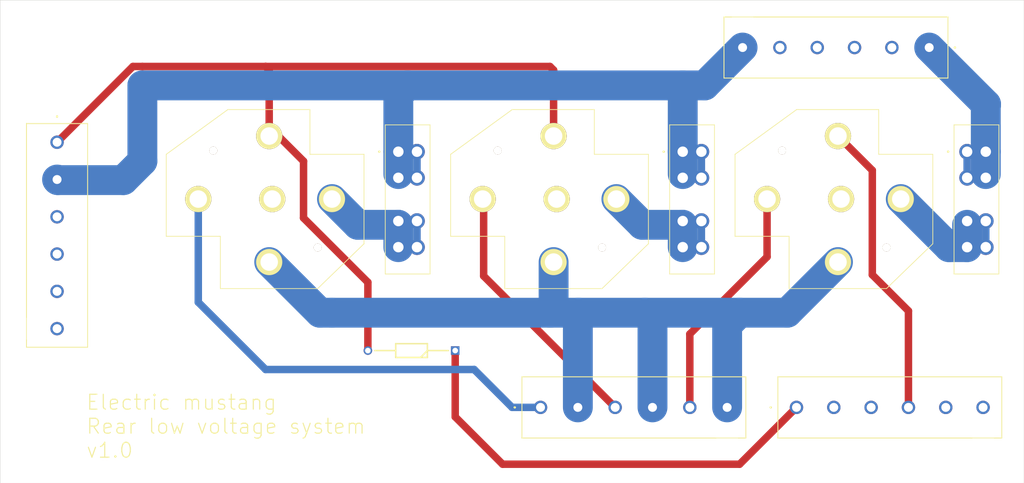
<source format=kicad_pcb>
(kicad_pcb (version 20211014) (generator pcbnew)
  (layers (0 "F.Cu" power) (31 "B.Cu" power) (35 "F.Paste" user) (37 "F.SilkS" user "F.Silkscreen") (38 "B.Mask" user) (39 "F.Mask" user) (44 "Edge.Cuts" user))
  (net 0 "")
  (net 1 "CHARGER_SWITCH_A")
  (net 2 "IGNITION_12V")
  (net 3 "CHARGER_SWITCH_B")
  (net 4 "Net-(FRONT_2-Pad5)")
  (net 5 "Net-(FRONT_2-Pad6)")
  (net 6 "Net-(LIM_FUSE1-Pad3)")
  (net 7 "GND")
  (net 8 "TESLA_12V")
  (net 9 "Net-(LIM_RELAY1-Pad2)")
  (net 10 "Net-(REVERSE_LIGHT_FUSE1-Pad3)")
  (net 11 "REVERSE_LIGHT")
  (net 12 "Net-(REVERSE_LIGHT_RELAY1-Pad2)")
  (net 13 "Net-(TESLA_FUSE1-Pad3)")
  (net 14 "Net-(TESLA_RELAY1-Pad2)")
  (net 15 "BMS_12V")
  (net 16 "CHARGER_ON_SIGNAL")
  (net 17 "LIM_12V")
  (net 18 "Net-(REAR_2-Pad4)")
  (net 19 "Net-(REAR_2-Pad5)")
  (net 20 "Net-(REAR_2-Pad6)")
  (net 21 "BRAKE_LIGHT")
  (net 22 "BMS_GND")
  (net 23 "REVERSE_SIGNAL")
  (net 24 "Net-(FRONT_1-Pad4)")
  (net 25 "Net-(REAR_2-Pad3)")
  (net 26 "Net-(FRONT_1-Pad2)")
  (net 27 "Net-(FRONT_1-Pad3)")
  (footprint "Socket:2828366" (layer "F.Cu") (at 173.99 71.12 180)
    (fp_text reference "FRONT_1" hide)
    (fp_text value "282836-6" hide)
    (fp_line (start -2.5 -4.1) (end -2.5 -4.1) (layer "F.SilkS") (width 0.1))
    (fp_line (start 27.5 4.1) (end 27.5 4.1) (layer "F.SilkS") (width 0.1))
    (fp_line (start 27.5 4.1) (end 27.5 4.1) (layer "F.SilkS") (width 0.1))
    (fp_line (start -2.5 4.1) (end -2.5 -4.1) (layer "F.SilkS") (width 0.1))
    (fp_line (start 27.5 -4.1) (end 27.5 -4.1) (layer "F.SilkS") (width 0.1))
    (fp_line (start -2.5 4.1) (end -2.5 4.1) (layer "F.SilkS") (width 0.1))
    (fp_line (start -2.5 -4.1) (end 27.5 -4.1) (layer "F.SilkS") (width 0.1))
    (fp_line (start -3.4 0) (end -3.4 0) (layer "F.SilkS") (width 0.2))
    (fp_line (start 26.5 4.1) (end 27.5 4.1) (layer "F.SilkS") (width 0.1))
    (fp_line (start 27.5 -4.1) (end 27.5 -4.1) (layer "F.SilkS") (width 0.1))
    (fp_line (start 26.5 4.1) (end 26.5 4.1) (layer "F.SilkS") (width 0.1))
    (fp_line (start -2.5 -4.1) (end -2.5 -4.1) (layer "F.SilkS") (width 0.1))
    (fp_line (start -2.5 4.1) (end 23.5 4.1) (layer "F.SilkS") (width 0.1))
    (fp_line (start 27.5 4.1) (end 27.5 -4.1) (layer "F.SilkS") (width 0.1))
    (fp_line (start 23.5 4.1) (end 23.5 4.1) (layer "F.SilkS") (width 0.1))
    (fp_line (start 27.5 4.1) (end 26.5 4.1) (layer "F.SilkS") (width 0.1))
    (fp_line (start 27.5 4.1) (end -2.54 4.1) (layer "F.SilkS") (width 0.1))
    (fp_line (start 27.5 -4.1) (end 27.5 4.1) (layer "F.SilkS") (width 0.1))
    (fp_line (start 23.5 4.1) (end -2.5 4.1) (layer "F.SilkS") (width 0.1))
    (fp_line (start -2.5 -4.1) (end -2.5 4.1) (layer "F.SilkS") (width 0.1))
    (fp_line (start -3.5 0) (end -3.5 0) (layer "F.SilkS") (width 0.2))
    (fp_line (start 27.5 -4.1) (end -2.5 -4.1) (layer "F.SilkS") (width 0.1))
    (fp_line (start -3.5 0) (end -3.5 0) (layer "F.SilkS") (width 0.2))
    (fp_line (start -2.5 4.1) (end -2.5 4.1) (layer "F.SilkS") (width 0.1))
    (fp_arc (start -3.5 0) (mid -3.45 -0.05) (end -3.4 0) (layer "F.SilkS") (width 0.2))
    (fp_arc (start -3.4 0) (mid -3.45 0.05) (end -3.5 0) (layer "F.SilkS") (width 0.2))
    (fp_arc (start -3.4 0) (mid -3.45 0.05) (end -3.5 0) (layer "F.SilkS") (width 0.2))
    (pad "1" thru_hole circle locked (at 0 0 180) (size 1.8 1.8) (drill 1.2) (layers *.Cu *.Mask) (net 2 "IGNITION_12V"))
    (pad "2" thru_hole circle locked (at 5 0 180) (size 1.8 1.8) (drill 1.2) (layers *.Cu *.Mask) (net 26 "Net-(FRONT_1-Pad2)"))
    (pad "3" thru_hole circle locked (at 10 0 180) (size 1.8 1.8) (drill 1.2) (layers *.Cu *.Mask) (net 27 "Net-(FRONT_1-Pad3)"))
    (pad "4" thru_hole circle locked (at 15 0 180) (size 1.8 1.8) (drill 1.2) (layers *.Cu *.Mask) (net 24 "Net-(FRONT_1-Pad4)"))
    (pad "5" thru_hole circle locked (at 20 0 180) (size 1.8 1.8) (drill 1.2) (layers *.Cu *.Mask) (net 21 "BRAKE_LIGHT"))
    (pad "6" thru_hole circle locked (at 25 0 180) (size 1.8 1.8) (drill 1.2) (layers *.Cu *.Mask) (net 1 "CHARGER_SWITCH_A"))
  )
  (footprint "Socket:17861650001" (layer "F.Cu") (at 140.97 85.09 -90)
    (fp_text reference "LIM_FUSE1" hide)
    (fp_text value "178.6165.0001" hide)
    (fp_line (start -3.6 -4.25) (end 16.4 -4.25) (layer "F.SilkS") (width 0.1))
    (fp_line (start 0 2.5) (end 0 2.5) (layer "F.SilkS") (width 0.2))
    (fp_line (start 0 2.6) (end 0 2.6) (layer "F.SilkS") (width 0.2))
    (fp_line (start 0 2.5) (end 0 2.5) (layer "F.SilkS") (width 0.2))
    (fp_line (start 16.4 -4.25) (end 16.4 1.75) (layer "F.SilkS") (width 0.1))
    (fp_line (start 16.4 1.75) (end -3.6 1.75) (layer "F.SilkS") (width 0.1))
    (fp_line (start -3.6 1.75) (end -3.6 -4.25) (layer "F.SilkS") (width 0.1))
    (fp_arc (start 0 2.5) (mid 0.05 2.55) (end 0 2.6) (layer "F.SilkS") (width 0.2))
    (fp_arc (start 0 2.6) (mid -0.05 2.55) (end 0 2.5) (layer "F.SilkS") (width 0.2))
    (fp_arc (start 0 2.6) (mid -0.05 2.55) (end 0 2.5) (layer "F.SilkS") (width 0.2))
    (pad "" np_thru_hole circle locked (at 6.4 -1.25 270) (size 2.4 0) (drill 2.4) (layers *.Cu *.Mask))
    (pad "1" thru_hole circle locked (at 0 0 270) (size 2.1 2.1) (drill 1.4) (layers *.Cu *.Mask) (net 1 "CHARGER_SWITCH_A"))
    (pad "2" thru_hole circle locked (at 3.5 0 270) (size 2.1 2.1) (drill 1.4) (layers *.Cu *.Mask) (net 1 "CHARGER_SWITCH_A"))
    (pad "3" thru_hole circle locked (at 9.3 0 270) (size 2.1 2.1) (drill 1.4) (layers *.Cu *.Mask) (net 6 "Net-(LIM_FUSE1-Pad3)"))
    (pad "4" thru_hole circle locked (at 12.8 0 270) (size 2.1 2.1) (drill 1.4) (layers *.Cu *.Mask) (net 6 "Net-(LIM_FUSE1-Pad3)"))
    (pad "5" thru_hole circle locked (at 12.8 -2.5 270) (size 2.1 2.1) (drill 1.4) (layers *.Cu *.Mask) (net 6 "Net-(LIM_FUSE1-Pad3)"))
    (pad "6" thru_hole circle locked (at 9.3 -2.5 270) (size 2.1 2.1) (drill 1.4) (layers *.Cu *.Mask) (net 6 "Net-(LIM_FUSE1-Pad3)"))
    (pad "7" thru_hole circle locked (at 3.5 -2.5 270) (size 2.1 2.1) (drill 1.4) (layers *.Cu *.Mask) (net 1 "CHARGER_SWITCH_A"))
    (pad "8" thru_hole circle locked (at 0 -2.5 270) (size 2.1 2.1) (drill 1.4) (layers *.Cu *.Mask) (net 1 "CHARGER_SWITCH_A"))
  )
  (footprint "Socket:DZ85AB5PCB" (layer "F.Cu") (at 132.08 91.44 180)
    (fp_text reference "LIM_RELAY1" hide)
    (fp_text value "DZ85AB-5-PCB" hide)
    (fp_line (start 13.955 12) (end 2.955 12) (layer "F.SilkS") (width 0.1))
    (fp_line (start -4.29 6) (end -4.29 -6) (layer "F.SilkS") (width 0.1))
    (fp_line (start 2.955 12) (end 2.955 6) (layer "F.SilkS") (width 0.1))
    (fp_line (start 22.2 -5) (end 22.2 6) (layer "F.SilkS") (width 0.1))
    (fp_line (start 1.91 -12) (end 14.955 -12) (layer "F.SilkS") (width 0.1))
    (fp_line (start 2.955 6) (end -4.29 6) (layer "F.SilkS") (width 0.1))
    (fp_line (start 14.955 -5) (end 22.2 -5) (layer "F.SilkS") (width 0.1))
    (fp_line (start 22.2 6) (end 13.955 12) (layer "F.SilkS") (width 0.1))
    (fp_line (start -4.29 -6) (end 1.91 -12) (layer "F.SilkS") (width 0.1))
    (fp_line (start 14.955 -12) (end 14.955 -5) (layer "F.SilkS") (width 0.1))
    (pad "1" thru_hole circle locked (at 0 0 270) (size 3.51 3.51) (drill 2.34) (layers *.Cu *.Mask "F.SilkS") (net 6 "Net-(LIM_FUSE1-Pad3)"))
    (pad "2" thru_hole circle locked (at 8 0 270) (size 3.51 3.51) (drill 2.34) (layers *.Cu *.Mask "F.SilkS") (net 9 "Net-(LIM_RELAY1-Pad2)"))
    (pad "3" thru_hole circle locked (at 17.91 0 270) (size 3.51 3.51) (drill 2.34) (layers *.Cu *.Mask "F.SilkS") (net 17 "LIM_12V"))
    (pad "4" thru_hole circle locked (at 8.41 -8.45 270) (size 3.51 3.51) (drill 2.34) (layers *.Cu *.Mask "F.SilkS") (net 7 "GND"))
    (pad "5" thru_hole circle locked (at 8.41 8.45 270) (size 3.51 3.51) (drill 2.34) (layers *.Cu *.Mask "F.SilkS") (net 3 "CHARGER_SWITCH_B"))
    (pad "MH1" thru_hole circle locked (at 15.9 6.5 270) (size 1.055 1.055) (drill 2.11) (layers *.Cu *.Mask "F.SilkS"))
    (pad "MH2" thru_hole circle locked (at 1.91 -6.5 270) (size 1.055 1.055) (drill 2.11) (layers *.Cu *.Mask "F.SilkS"))
  )
  (footprint "Socket:17861650001" (layer "F.Cu") (at 179.07 85.09 -90)
    (fp_text reference "REVERSE_LIGHT_FUSE1" hide)
    (fp_text value "178.6165.0001" hide)
    (fp_line (start -3.6 1.75) (end -3.6 -4.25) (layer "F.SilkS") (width 0.1))
    (fp_line (start 16.4 -4.25) (end 16.4 1.75) (layer "F.SilkS") (width 0.1))
    (fp_line (start 0 2.5) (end 0 2.5) (layer "F.SilkS") (width 0.2))
    (fp_line (start -3.6 -4.25) (end 16.4 -4.25) (layer "F.SilkS") (width 0.1))
    (fp_line (start 0 2.6) (end 0 2.6) (layer "F.SilkS") (width 0.2))
    (fp_line (start 0 2.5) (end 0 2.5) (layer "F.SilkS") (width 0.2))
    (fp_line (start 16.4 1.75) (end -3.6 1.75) (layer "F.SilkS") (width 0.1))
    (fp_arc (start 0 2.6) (mid -0.05 2.55) (end 0 2.5) (layer "F.SilkS") (width 0.2))
    (fp_arc (start 0 2.6) (mid -0.05 2.55) (end 0 2.5) (layer "F.SilkS") (width 0.2))
    (fp_arc (start 0 2.5) (mid 0.05 2.55) (end 0 2.6) (layer "F.SilkS") (width 0.2))
    (pad "" np_thru_hole circle locked (at 6.4 -1.25 270) (size 2.4 0) (drill 2.4) (layers *.Cu *.Mask))
    (pad "1" thru_hole circle locked (at 0 0 270) (size 2.1 2.1) (drill 1.4) (layers *.Cu *.Mask) (net 2 "IGNITION_12V"))
    (pad "2" thru_hole circle locked (at 3.5 0 270) (size 2.1 2.1) (drill 1.4) (layers *.Cu *.Mask) (net 2 "IGNITION_12V"))
    (pad "3" thru_hole circle locked (at 9.3 0 270) (size 2.1 2.1) (drill 1.4) (layers *.Cu *.Mask) (net 10 "Net-(REVERSE_LIGHT_FUSE1-Pad3)"))
    (pad "4" thru_hole circle locked (at 12.8 0 270) (size 2.1 2.1) (drill 1.4) (layers *.Cu *.Mask) (net 10 "Net-(REVERSE_LIGHT_FUSE1-Pad3)"))
    (pad "5" thru_hole circle locked (at 12.8 -2.5 270) (size 2.1 2.1) (drill 1.4) (layers *.Cu *.Mask) (net 10 "Net-(REVERSE_LIGHT_FUSE1-Pad3)"))
    (pad "6" thru_hole circle locked (at 9.3 -2.5 270) (size 2.1 2.1) (drill 1.4) (layers *.Cu *.Mask) (net 10 "Net-(REVERSE_LIGHT_FUSE1-Pad3)"))
    (pad "7" thru_hole circle locked (at 3.5 -2.5 270) (size 2.1 2.1) (drill 1.4) (layers *.Cu *.Mask) (net 2 "IGNITION_12V"))
    (pad "8" thru_hole circle locked (at 0 -2.5 270) (size 2.1 2.1) (drill 1.4) (layers *.Cu *.Mask) (net 2 "IGNITION_12V"))
  )
  (footprint "Socket:DZ85AB5PCB" (layer "F.Cu") (at 170.18 91.44 180)
    (fp_text reference "REVERSE_LIGHT_RELAY1" hide)
    (fp_text value "DZ85AB-5-PCB" hide)
    (fp_line (start 13.955 12) (end 2.955 12) (layer "F.SilkS") (width 0.1))
    (fp_line (start -4.29 6) (end -4.29 -6) (layer "F.SilkS") (width 0.1))
    (fp_line (start 1.91 -12) (end 14.955 -12) (layer "F.SilkS") (width 0.1))
    (fp_line (start 22.2 -5) (end 22.2 6) (layer "F.SilkS") (width 0.1))
    (fp_line (start 14.955 -5) (end 22.2 -5) (layer "F.SilkS") (width 0.1))
    (fp_line (start 14.955 -12) (end 14.955 -5) (layer "F.SilkS") (width 0.1))
    (fp_line (start -4.29 -6) (end 1.91 -12) (layer "F.SilkS") (width 0.1))
    (fp_line (start 22.2 6) (end 13.955 12) (layer "F.SilkS") (width 0.1))
    (fp_line (start 2.955 6) (end -4.29 6) (layer "F.SilkS") (width 0.1))
    (fp_line (start 2.955 12) (end 2.955 6) (layer "F.SilkS") (width 0.1))
    (pad "1" thru_hole circle locked (at 0 0 270) (size 3.51 3.51) (drill 2.34) (layers *.Cu *.Mask "F.SilkS") (net 10 "Net-(REVERSE_LIGHT_FUSE1-Pad3)"))
    (pad "2" thru_hole circle locked (at 8 0 270) (size 3.51 3.51) (drill 2.34) (layers *.Cu *.Mask "F.SilkS") (net 12 "Net-(REVERSE_LIGHT_RELAY1-Pad2)"))
    (pad "3" thru_hole circle locked (at 17.91 0 270) (size 3.51 3.51) (drill 2.34) (layers *.Cu *.Mask "F.SilkS") (net 11 "REVERSE_LIGHT"))
    (pad "4" thru_hole circle locked (at 8.41 -8.45 270) (size 3.51 3.51) (drill 2.34) (layers *.Cu *.Mask "F.SilkS") (net 7 "GND"))
    (pad "5" thru_hole circle locked (at 8.41 8.45 270) (size 3.51 3.51) (drill 2.34) (layers *.Cu *.Mask "F.SilkS") (net 23 "REVERSE_SIGNAL"))
    (pad "MH1" thru_hole circle locked (at 15.9 6.5 270) (size 1.055 1.055) (drill 2.11) (layers *.Cu *.Mask "F.SilkS"))
    (pad "MH2" thru_hole circle locked (at 1.91 -6.5 270) (size 1.055 1.055) (drill 2.11) (layers *.Cu *.Mask "F.SilkS"))
  )
  (footprint "Socket:17861650001" (layer "F.Cu") (at 102.87 85.09 -90)
    (fp_text reference "TESLA_FUSE1" hide)
    (fp_text value "178.6165.0001" hide)
    (fp_line (start 0 2.5) (end 0 2.5) (layer "F.SilkS") (width 0.2))
    (fp_line (start 16.4 1.75) (end -3.6 1.75) (layer "F.SilkS") (width 0.1))
    (fp_line (start -3.6 -4.25) (end 16.4 -4.25) (layer "F.SilkS") (width 0.1))
    (fp_line (start 16.4 -4.25) (end 16.4 1.75) (layer "F.SilkS") (width 0.1))
    (fp_line (start -3.6 1.75) (end -3.6 -4.25) (layer "F.SilkS") (width 0.1))
    (fp_line (start 0 2.5) (end 0 2.5) (layer "F.SilkS") (width 0.2))
    (fp_line (start 0 2.6) (end 0 2.6) (layer "F.SilkS") (width 0.2))
    (fp_arc (start 0 2.5) (mid 0.05 2.55) (end 0 2.6) (layer "F.SilkS") (width 0.2))
    (fp_arc (start 0 2.6) (mid -0.05 2.55) (end 0 2.5) (layer "F.SilkS") (width 0.2))
    (fp_arc (start 0 2.6) (mid -0.05 2.55) (end 0 2.5) (layer "F.SilkS") (width 0.2))
    (pad "" np_thru_hole circle locked (at 6.4 -1.25 270) (size 2.4 0) (drill 2.4) (layers *.Cu *.Mask))
    (pad "1" thru_hole circle locked (at 0 0 270) (size 2.1 2.1) (drill 1.4) (layers *.Cu *.Mask) (net 1 "CHARGER_SWITCH_A"))
    (pad "2" thru_hole circle locked (at 3.5 0 270) (size 2.1 2.1) (drill 1.4) (layers *.Cu *.Mask) (net 1 "CHARGER_SWITCH_A"))
    (pad "3" thru_hole circle locked (at 9.3 0 270) (size 2.1 2.1) (drill 1.4) (layers *.Cu *.Mask) (net 13 "Net-(TESLA_FUSE1-Pad3)"))
    (pad "4" thru_hole circle locked (at 12.8 0 270) (size 2.1 2.1) (drill 1.4) (layers *.Cu *.Mask) (net 13 "Net-(TESLA_FUSE1-Pad3)"))
    (pad "5" thru_hole circle locked (at 12.8 -2.5 270) (size 2.1 2.1) (drill 1.4) (layers *.Cu *.Mask) (net 13 "Net-(TESLA_FUSE1-Pad3)"))
    (pad "6" thru_hole circle locked (at 9.3 -2.5 270) (size 2.1 2.1) (drill 1.4) (layers *.Cu *.Mask) (net 13 "Net-(TESLA_FUSE1-Pad3)"))
    (pad "7" thru_hole circle locked (at 3.5 -2.5 270) (size 2.1 2.1) (drill 1.4) (layers *.Cu *.Mask) (net 1 "CHARGER_SWITCH_A"))
    (pad "8" thru_hole circle locked (at 0 -2.5 270) (size 2.1 2.1) (drill 1.4) (layers *.Cu *.Mask) (net 1 "CHARGER_SWITCH_A"))
  )
  (footprint "Socket:DZ85AB5PCB" (layer "F.Cu") (at 93.98 91.44 180)
    (fp_text reference "TESLA_RELAY1" hide)
    (fp_text value "DZ85AB-5-PCB" hide)
    (fp_line (start 22.2 6) (end 13.955 12) (layer "F.SilkS") (width 0.1))
    (fp_line (start 2.955 12) (end 2.955 6) (layer "F.SilkS") (width 0.1))
    (fp_line (start -4.29 -6) (end 1.91 -12) (layer "F.SilkS") (width 0.1))
    (fp_line (start 1.91 -12) (end 14.955 -12) (layer "F.SilkS") (width 0.1))
    (fp_line (start 14.955 -12) (end 14.955 -5) (layer "F.SilkS") (width 0.1))
    (fp_line (start 2.955 6) (end -4.29 6) (layer "F.SilkS") (width 0.1))
    (fp_line (start -4.29 6) (end -4.29 -6) (layer "F.SilkS") (width 0.1))
    (fp_line (start 13.955 12) (end 2.955 12) (layer "F.SilkS") (width 0.1))
    (fp_line (start 22.2 -5) (end 22.2 6) (layer "F.SilkS") (width 0.1))
    (fp_line (start 14.955 -5) (end 22.2 -5) (layer "F.SilkS") (width 0.1))
    (pad "1" thru_hole circle locked (at 0 0 270) (size 3.51 3.51) (drill 2.34) (layers *.Cu *.Mask "F.SilkS") (net 13 "Net-(TESLA_FUSE1-Pad3)"))
    (pad "2" thru_hole circle locked (at 8 0 270) (size 3.51 3.51) (drill 2.34) (layers *.Cu *.Mask "F.SilkS") (net 14 "Net-(TESLA_RELAY1-Pad2)"))
    (pad "3" thru_hole circle locked (at 17.91 0 270) (size 3.51 3.51) (drill 2.34) (layers *.Cu *.Mask "F.SilkS") (net 8 "TESLA_12V"))
    (pad "4" thru_hole circle locked (at 8.41 -8.45 270) (size 3.51 3.51) (drill 2.34) (layers *.Cu *.Mask "F.SilkS") (net 7 "GND"))
    (pad "5" thru_hole circle locked (at 8.41 8.45 270) (size 3.51 3.51) (drill 2.34) (layers *.Cu *.Mask "F.SilkS") (net 3 "CHARGER_SWITCH_B"))
    (pad "MH1" thru_hole circle locked (at 15.9 6.5 270) (size 1.055 1.055) (drill 2.11) (layers *.Cu *.Mask "F.SilkS"))
    (pad "MH2" thru_hole circle locked (at 1.91 -6.5 270) (size 1.055 1.055) (drill 2.11) (layers *.Cu *.Mask "F.SilkS"))
  )
  (footprint "Diode_THT:DIOAD1165W56L425D185" (layer "F.Cu") (at 110.49 111.76 180)
    (fp_text reference "D1" hide)
    (fp_text value "10A10" hide)
    (fp_line (start 3.725 0) (end 4.65 -0.925) (layer "F.SilkS") (width 0.2))
    (fp_line (start 7.975 -0.925) (end 7.975 0.925) (layer "F.SilkS") (width 0.2))
    (fp_line (start 7.975 0) (end 10.775 0) (layer "F.SilkS") (width 0.2))
    (fp_line (start 3.725 -0.925) (end 7.975 -0.925) (layer "F.SilkS") (width 0.2))
    (fp_line (start 0.925 0) (end 3.725 0) (layer "F.SilkS") (width 0.2))
    (fp_line (start 3.725 0.925) (end 3.725 -0.925) (layer "F.SilkS") (width 0.2))
    (fp_line (start 7.975 0.925) (end 3.725 0.925) (layer "F.SilkS") (width 0.2))
    (pad "1" thru_hole rect locked (at 0 0 180) (size 1.15 1.15) (drill 0.75) (layers *.Cu *.Mask) (net 16 "CHARGER_ON_SIGNAL"))
    (pad "2" thru_hole circle locked (at 11.7 0 180) (size 1.15 1.15) (drill 0.75) (layers *.Cu *.Mask) (net 3 "CHARGER_SWITCH_B"))
  )
  (footprint "Socket:2828366" (layer "F.Cu") (at 121.92 119.38)
    (fp_text reference "REAR_1" hide)
    (fp_text value "282836-6" hide)
    (fp_line (start 27.5 4.1) (end 27.5 4.1) (layer "F.SilkS") (width 0.1))
    (fp_line (start -2.5 -4.1) (end -2.5 -4.1) (layer "F.SilkS") (width 0.1))
    (fp_line (start 27.5 -4.1) (end 27.5 -4.1) (layer "F.SilkS") (width 0.1))
    (fp_line (start -3.5 0) (end -3.5 0) (layer "F.SilkS") (width 0.2))
    (fp_line (start 26.5 4.1) (end 27.5 4.1) (layer "F.SilkS") (width 0.1))
    (fp_line (start -2.5 4.1) (end -2.5 -4.1) (layer "F.SilkS") (width 0.1))
    (fp_line (start 27.5 -4.1) (end -2.5 -4.1) (layer "F.SilkS") (width 0.1))
    (fp_line (start -2.5 4.1) (end -2.5 4.1) (layer "F.SilkS") (width 0.1))
    (fp_line (start 27.5 -4.1) (end 27.5 4.1) (layer "F.SilkS") (width 0.1))
    (fp_line (start -3.5 0) (end -3.5 0) (layer "F.SilkS") (width 0.2))
    (fp_line (start -2.5 -4.1) (end -2.5 -4.1) (layer "F.SilkS") (width 0.1))
    (fp_line (start 27.5 4.1) (end -2.54 4.1) (layer "F.SilkS") (width 0.1))
    (fp_line (start 27.5 4.1) (end 27.5 4.1) (layer "F.SilkS") (width 0.1))
    (fp_line (start 27.5 -4.1) (end 27.5 -4.1) (layer "F.SilkS") (width 0.1))
    (fp_line (start 26.5 4.1) (end 26.5 4.1) (layer "F.SilkS") (width 0.1))
    (fp_line (start -2.5 4.1) (end 23.5 4.1) (layer "F.SilkS") (width 0.1))
    (fp_line (start 27.5 4.1) (end 26.5 4.1) (layer "F.SilkS") (width 0.1))
    (fp_line (start -2.5 -4.1) (end -2.5 4.1) (layer "F.SilkS") (width 0.1))
    (fp_line (start 27.5 4.1) (end 27.5 -4.1) (layer "F.SilkS") (width 0.1))
    (fp_line (start -2.5 4.1) (end -2.5 4.1) (layer "F.SilkS") (width 0.1))
    (fp_line (start -2.5 -4.1) (end 27.5 -4.1) (layer "F.SilkS") (width 0.1))
    (fp_line (start -3.4 0) (end -3.4 0) (layer "F.SilkS") (width 0.2))
    (fp_line (start 23.5 4.1) (end -2.5 4.1) (layer "F.SilkS") (width 0.1))
    (fp_line (start 23.5 4.1) (end 23.5 4.1) (layer "F.SilkS") (width 0.1))
    (fp_arc (start -3.4 0) (mid -3.45 0.05) (end -3.5 0) (layer "F.SilkS") (width 0.2))
    (fp_arc (start -3.5 0) (mid -3.45 -0.05) (end -3.4 0) (layer "F.SilkS") (width 0.2))
    (fp_arc (start -3.4 0) (mid -3.45 0.05) (end -3.5 0) (layer "F.SilkS") (width 0.2))
    (pad "1" thru_hole circle locked (at 0 0) (size 1.8 1.8) (drill 1.2) (layers *.Cu *.Mask) (net 8 "TESLA_12V"))
    (pad "2" thru_hole circle locked (at 5 0) (size 1.8 1.8) (drill 1.2) (layers *.Cu *.Mask) (net 7 "GND"))
    (pad "3" thru_hole circle locked (at 10 0) (size 1.8 1.8) (drill 1.2) (layers *.Cu *.Mask) (net 17 "LIM_12V"))
    (pad "4" thru_hole circle locked (at 15 0) (size 1.8 1.8) (drill 1.2) (layers *.Cu *.Mask) (net 7 "GND"))
    (pad "5" thru_hole circle locked (at 20 0) (size 1.8 1.8) (drill 1.2) (layers *.Cu *.Mask) (net 11 "REVERSE_LIGHT"))
    (pad "6" thru_hole circle locked (at 25 0) (size 1.8 1.8) (drill 1.2) (layers *.Cu *.Mask) (net 7 "GND"))
  )
  (footprint "Socket:2828366" (layer "F.Cu") (at 57.15 83.82 -90)
    (fp_text reference "REAR_2" hide)
    (fp_text value "282836-6" hide)
    (fp_line (start 27.5 4.1) (end 26.5 4.1) (layer "F.SilkS") (width 0.1))
    (fp_line (start 26.5 4.1) (end 26.5 4.1) (layer "F.SilkS") (width 0.1))
    (fp_line (start 27.5 4.1) (end 27.5 4.1) (layer "F.SilkS") (width 0.1))
    (fp_line (start 27.5 -4.1) (end 27.5 4.1) (layer "F.SilkS") (width 0.1))
    (fp_line (start 27.5 4.1) (end 27.5 -4.1) (layer "F.SilkS") (width 0.1))
    (fp_line (start -2.5 -4.1) (end -2.5 -4.1) (layer "F.SilkS") (width 0.1))
    (fp_line (start -2.5 4.1) (end -2.5 4.1) (layer "F.SilkS") (width 0.1))
    (fp_line (start -2.5 4.1) (end -2.5 -4.1) (layer "F.SilkS") (width 0.1))
    (fp_line (start 27.5 -4.1) (end 27.5 -4.1) (layer "F.SilkS") (width 0.1))
    (fp_line (start -2.5 4.1) (end 23.5 4.1) (layer "F.SilkS") (width 0.1))
    (fp_line (start -2.5 -4.1) (end 27.5 -4.1) (layer "F.SilkS") (width 0.1))
    (fp_line (start -2.5 4.1) (end -2.5 4.1) (layer "F.SilkS") (width 0.1))
    (fp_line (start -3.5 0) (end -3.5 0) (layer "F.SilkS") (width 0.2))
    (fp_line (start 27.5 -4.1) (end -2.5 -4.1) (layer "F.SilkS") (width 0.1))
    (fp_line (start 27.5 4.1) (end -2.54 4.1) (layer "F.SilkS") (width 0.1))
    (fp_line (start 27.5 4.1) (end 27.5 4.1) (layer "F.SilkS") (width 0.1))
    (fp_line (start 23.5 4.1) (end -2.5 4.1) (layer "F.SilkS") (width 0.1))
    (fp_line (start 27.5 -4.1) (end 27.5 -4.1) (layer "F.SilkS") (width 0.1))
    (fp_line (start -2.5 -4.1) (end -2.5 -4.1) (layer "F.SilkS") (width 0.1))
    (fp_line (start -2.5 -4.1) (end -2.5 4.1) (layer "F.SilkS") (width 0.1))
    (fp_line (start 23.5 4.1) (end 23.5 4.1) (layer "F.SilkS") (width 0.1))
    (fp_line (start -3.4 0) (end -3.4 0) (layer "F.SilkS") (width 0.2))
    (fp_line (start -3.5 0) (end -3.5 0) (layer "F.SilkS") (width 0.2))
    (fp_line (start 26.5 4.1) (end 27.5 4.1) (layer "F.SilkS") (width 0.1))
    (fp_arc (start -3.5 0) (mid -3.45 -0.05) (end -3.4 0) (layer "F.SilkS") (width 0.2))
    (fp_arc (start -3.4 0) (mid -3.45 0.05) (end -3.5 0) (layer "F.SilkS") (width 0.2))
    (fp_arc (start -3.4 0) (mid -3.45 0.05) (end -3.5 0) (layer "F.SilkS") (width 0.2))
    (pad "1" thru_hole circle locked (at 0 0 270) (size 1.8 1.8) (drill 1.2) (layers *.Cu *.Mask) (net 3 "CHARGER_SWITCH_B"))
    (pad "2" thru_hole circle locked (at 5 0 270) (size 1.8 1.8) (drill 1.2) (layers *.Cu *.Mask) (net 1 "CHARGER_SWITCH_A"))
    (pad "3" thru_hole circle locked (at 10 0 270) (size 1.8 1.8) (drill 1.2) (layers *.Cu *.Mask) (net 25 "Net-(REAR_2-Pad3)"))
    (pad "4" thru_hole circle locked (at 15 0 270) (size 1.8 1.8) (drill 1.2) (layers *.Cu *.Mask) (net 18 "Net-(REAR_2-Pad4)"))
    (pad "5" thru_hole circle locked (at 20 0 270) (size 1.8 1.8) (drill 1.2) (layers *.Cu *.Mask) (net 19 "Net-(REAR_2-Pad5)"))
    (pad "6" thru_hole circle locked (at 25 0 270) (size 1.8 1.8) (drill 1.2) (layers *.Cu *.Mask) (net 20 "Net-(REAR_2-Pad6)"))
  )
  (footprint "Socket:2828366" (layer "F.Cu") (at 156.21 119.38)
    (fp_text reference "FRONT_2" hide)
    (fp_text value "282836-6" hide)
    (fp_line (start -2.5 -4.1) (end 27.5 -4.1) (layer "F.SilkS") (width 0.1))
    (fp_line (start -2.5 4.1) (end -2.5 4.1) (layer "F.SilkS") (width 0.1))
    (fp_line (start -3.4 0) (end -3.4 0) (layer "F.SilkS") (width 0.2))
    (fp_line (start -2.5 -4.1) (end -2.5 -4.1) (layer "F.SilkS") (width 0.1))
    (fp_line (start 27.5 -4.1) (end -2.5 -4.1) (layer "F.SilkS") (width 0.1))
    (fp_line (start -3.5 0) (end -3.5 0) (layer "F.SilkS") (width 0.2))
    (fp_line (start 27.5 4.1) (end 27.5 4.1) (layer "F.SilkS") (width 0.1))
    (fp_line (start 27.5 -4.1) (end 27.5 4.1) (layer "F.SilkS") (width 0.1))
    (fp_line (start 27.5 4.1) (end 26.5 4.1) (layer "F.SilkS") (width 0.1))
    (fp_line (start -2.5 -4.1) (end -2.5 -4.1) (layer "F.SilkS") (width 0.1))
    (fp_line (start 27.5 4.1) (end 27.5 4.1) (layer "F.SilkS") (width 0.1))
    (fp_line (start -2.5 4.1) (end -2.5 -4.1) (layer "F.SilkS") (width 0.1))
    (fp_line (start 23.5 4.1) (end -2.5 4.1) (layer "F.SilkS") (width 0.1))
    (fp_line (start 26.5 4.1) (end 26.5 4.1) (layer "F.SilkS") (width 0.1))
    (fp_line (start 23.5 4.1) (end 23.5 4.1) (layer "F.SilkS") (width 0.1))
    (fp_line (start 27.5 4.1) (end -2.54 4.1) (layer "F.SilkS") (width 0.1))
    (fp_line (start 27.5 -4.1) (end 27.5 -4.1) (layer "F.SilkS") (width 0.1))
    (fp_line (start -2.5 4.1) (end 23.5 4.1) (layer "F.SilkS") (width 0.1))
    (fp_line (start -2.5 -4.1) (end -2.5 4.1) (layer "F.SilkS") (width 0.1))
    (fp_line (start 27.5 4.1) (end 27.5 -4.1) (layer "F.SilkS") (width 0.1))
    (fp_line (start -2.5 4.1) (end -2.5 4.1) (layer "F.SilkS") (width 0.1))
    (fp_line (start 27.5 -4.1) (end 27.5 -4.1) (layer "F.SilkS") (width 0.1))
    (fp_line (start -3.5 0) (end -3.5 0) (layer "F.SilkS") (width 0.2))
    (fp_line (start 26.5 4.1) (end 27.5 4.1) (layer "F.SilkS") (width 0.1))
    (fp_arc (start -3.4 0) (mid -3.45 0.05) (end -3.5 0) (layer "F.SilkS") (width 0.2))
    (fp_arc (start -3.5 0) (mid -3.45 -0.05) (end -3.4 0) (layer "F.SilkS") (width 0.2))
    (fp_arc (start -3.4 0) (mid -3.45 0.05) (end -3.5 0) (layer "F.SilkS") (width 0.2))
    (pad "1" thru_hole circle locked (at 0 0) (size 1.8 1.8) (drill 1.2) (layers *.Cu *.Mask) (net 16 "CHARGER_ON_SIGNAL"))
    (pad "2" thru_hole circle locked (at 5 0) (size 1.8 1.8) (drill 1.2) (layers *.Cu *.Mask) (net 15 "BMS_12V"))
    (pad "3" thru_hole circle locked (at 10 0) (size 1.8 1.8) (drill 1.2) (layers *.Cu *.Mask) (net 22 "BMS_GND"))
    (pad "4" thru_hole circle locked (at 15 0) (size 1.8 1.8) (drill 1.2) (layers *.Cu *.Mask) (net 23 "REVERSE_SIGNAL"))
    (pad "5" thru_hole circle locked (at 20 0) (size 1.8 1.8) (drill 1.2) (layers *.Cu *.Mask) (net 4 "Net-(FRONT_2-Pad5)"))
    (pad "6" thru_hole circle locked (at 25 0) (size 1.8 1.8) (drill 1.2) (layers *.Cu *.Mask) (net 5 "Net-(FRONT_2-Pad6)"))
  )
  (footprint "MountingHole:MountingHole_3mm" (layer "F.Cu") (at 54.61 69.85)
    (fp_text reference "H1" hide)
    (fp_text value "MountingHole" hide)
    (pad "" np_thru_hole circle locked (at 0 0) (size 3 3) (drill 3) (layers *.Cu *.Mask))
  )
  (footprint "MountingHole:MountingHole_3mm" (layer "F.Cu") (at 54.61 124.46)
    (fp_text reference "H2" hide)
    (fp_text value "MountingHole" hide)
    (pad "" np_thru_hole circle locked (at 0 0) (size 3 3) (drill 3) (layers *.Cu *.Mask))
  )
  (footprint "MountingHole:MountingHole_3mm" (layer "F.Cu") (at 181.61 107.95)
    (fp_text reference "H3" hide)
    (fp_text value "MountingHole" hide)
    (pad "" np_thru_hole circle locked (at 0 0) (size 3 3) (drill 3) (layers *.Cu *.Mask))
  )
  (gr_line (start 49.53 129.54) (end 49.53 64.77) (layer "Edge.Cuts") (width 0.05))
  (gr_line (start 186.69 129.54) (end 49.53 129.54) (layer "Edge.Cuts") (width 0.05))
  (gr_line (start 49.53 64.77) (end 186.69 64.77) (layer "Edge.Cuts") (width 0.05))
  (gr_line (start 186.69 64.77) (end 186.69 129.54) (layer "Edge.Cuts") (width 0.05))
  (gr_text "Electric mustang\nRear low voltage system\nv1.0" (at 60.96 121.92) (layer "F.SilkS") (effects (font (size 2 2)) (justify left)))
  (segment (start 57.23 88.9) (end 57.15 88.82) (width 4) (layer "B.Cu") (net 1))
  (segment (start 68.58 76.2) (end 68.58 86.36) (width 4) (layer "B.Cu") (net 1))
  (segment (start 140.97 88.59) (end 143.47 88.59) (width 1) (layer "B.Cu") (net 1))
  (segment (start 66.04 88.9) (end 57.23 88.9) (width 4) (layer "B.Cu") (net 1))
  (segment (start 143.91 76.2) (end 148.99 71.12) (width 4) (layer "B.Cu") (net 1))
  (segment (start 102.87 85.09) (end 102.87 88.089999) (width 4) (layer "B.Cu") (net 1))
  (segment (start 140.97 85.09) (end 140.97 76.2) (width 4) (layer "B.Cu") (net 1))
  (segment (start 104.14 76.2) (end 68.58 76.2) (width 4) (layer "B.Cu") (net 1))
  (segment (start 102.87 85.09) (end 102.87 77.47) (width 4) (layer "B.Cu") (net 1))
  (segment (start 140.97 76.2) (end 104.14 76.2) (width 4) (layer "B.Cu") (net 1))
  (segment (start 140.97 76.2) (end 143.91 76.2) (width 4) (layer "B.Cu") (net 1))
  (segment (start 105.37 88.59) (end 105.37 85.09) (width 1) (layer "B.Cu") (net 1))
  (segment (start 140.97 85.09) (end 140.97 88.089999) (width 4) (layer "B.Cu") (net 1))
  (segment (start 143.47 88.59) (end 143.47 85.09) (width 1) (layer "B.Cu") (net 1))
  (segment (start 102.87 88.59) (end 105.37 88.59) (width 1) (layer "B.Cu") (net 1))
  (segment (start 143.47 85.09) (end 140.97 85.09) (width 1) (layer "B.Cu") (net 1))
  (segment (start 102.87 77.47) (end 104.14 76.2) (width 4) (layer "B.Cu") (net 1))
  (segment (start 68.58 86.36) (end 66.04 88.9) (width 4) (layer "B.Cu") (net 1))
  (segment (start 102.87 85.09) (end 105.37 85.09) (width 1) (layer "B.Cu") (net 1))
  (segment (start 181.57 78.78) (end 181.57 85.09) (width 4) (layer "B.Cu") (net 2))
  (segment (start 179.07 85.09) (end 181.57 85.09) (width 1) (layer "B.Cu") (net 2))
  (segment (start 181.57 85.09) (end 181.57 88.089999) (width 4) (layer "B.Cu") (net 2))
  (segment (start 181.61 78.74) (end 181.57 78.78) (width 4) (layer "B.Cu") (net 2))
  (segment (start 179.07 88.59) (end 181.57 88.59) (width 1) (layer "B.Cu") (net 2))
  (segment (start 173.99 71.12) (end 181.61 78.74) (width 4) (layer "B.Cu") (net 2))
  (segment (start 179.07 85.09) (end 179.07 88.59) (width 1) (layer "B.Cu") (net 2))
  (segment (start 67.31 73.66) (end 68.58 73.66) (width 1) (layer "F.Cu") (net 3))
  (segment (start 123.67 74.14) (end 123.19 73.66) (width 1) (layer "F.Cu") (net 3))
  (segment (start 90.17 93.98) (end 90.17 86.36) (width 1) (layer "F.Cu") (net 3))
  (segment (start 85.57 82.99) (end 85.57 74.14) (width 1) (layer "F.Cu") (net 3))
  (segment (start 123.19 73.66) (end 85.09 73.66) (width 1) (layer "F.Cu") (net 3))
  (segment (start 123.67 82.99) (end 123.67 74.14) (width 1) (layer "F.Cu") (net 3))
  (segment (start 86.8 82.99) (end 85.57 82.99) (width 1) (layer "F.Cu") (net 3))
  (segment (start 85.57 74.14) (end 85.09 73.66) (width 1) (layer "F.Cu") (net 3))
  (segment (start 98.79 111.76) (end 98.79 102.6) (width 1) (layer "F.Cu") (net 3))
  (segment (start 57.15 83.82) (end 67.31 73.66) (width 1) (layer "F.Cu") (net 3))
  (segment (start 98.79 102.6) (end 90.17 93.98) (width 1) (layer "F.Cu") (net 3))
  (segment (start 85.09 73.66) (end 68.58 73.66) (width 1) (layer "F.Cu") (net 3))
  (segment (start 90.17 86.36) (end 86.8 82.99) (width 1) (layer "F.Cu") (net 3))
  (segment (start 143.47 94.39) (end 140.97 94.39) (width 1) (layer "B.Cu") (net 6))
  (segment (start 143.47 97.89) (end 143.47 94.39) (width 1) (layer "B.Cu") (net 6))
  (segment (start 140.97 97.89) (end 140.97 94.890001) (width 4) (layer "B.Cu") (net 6))
  (segment (start 132.08 91.44) (end 135.530001 94.890001) (width 4) (layer "B.Cu") (net 6))
  (segment (start 140.97 97.89) (end 143.47 97.89) (width 1) (layer "B.Cu") (net 6))
  (segment (start 135.530001 94.890001) (end 140.97 94.890001) (width 4) (layer "B.Cu") (net 6))
  (segment (start 146.92 119.38) (end 146.92 108.35) (width 4) (layer "B.Cu") (net 7))
  (segment (start 126.92 119.38) (end 126.92 106.76) (width 4) (layer "B.Cu") (net 7))
  (segment (start 123.67 99.89) (end 123.67 106.2) (width 4) (layer "B.Cu") (net 7))
  (segment (start 136.92 107.71) (end 135.89 106.68) (width 4) (layer "B.Cu") (net 7))
  (segment (start 154.98 106.68) (end 161.77 99.89) (width 4) (layer "B.Cu") (net 7))
  (segment (start 146.92 108.35) (end 148.59 106.68) (width 4) (layer "B.Cu") (net 7))
  (segment (start 123.19 106.68) (end 127 106.68) (width 4) (layer "B.Cu") (net 7))
  (segment (start 136.92 119.38) (end 136.92 107.71) (width 4) (layer "B.Cu") (net 7))
  (segment (start 123.19 106.68) (end 93.98 106.68) (width 4) (layer "B.Cu") (net 7))
  (segment (start 148.59 106.68) (end 154.98 106.68) (width 4) (layer "B.Cu") (net 7))
  (segment (start 127 106.68) (end 135.89 106.68) (width 4) (layer "B.Cu") (net 7))
  (segment (start 85.57 99.89) (end 92.36 106.68) (width 4) (layer "B.Cu") (net 7))
  (segment (start 92.36 106.68) (end 93.98 106.68) (width 4) (layer "B.Cu") (net 7))
  (segment (start 123.67 106.2) (end 123.19 106.68) (width 4) (layer "B.Cu") (net 7))
  (segment (start 135.89 106.68) (end 148.59 106.68) (width 4) (layer "B.Cu") (net 7))
  (segment (start 126.92 106.76) (end 127 106.68) (width 4) (layer "B.Cu") (net 7))
  (segment (start 118.11 119.38) (end 113.03 114.3) (width 1) (layer "B.Cu") (net 8))
  (segment (start 76.07 105.28) (end 76.07 91.44) (width 1) (layer "B.Cu") (net 8))
  (segment (start 85.09 114.3) (end 76.07 105.28) (width 1) (layer "B.Cu") (net 8))
  (segment (start 121.92 119.38) (end 118.11 119.38) (width 1) (layer "B.Cu") (net 8))
  (segment (start 113.03 114.3) (end 85.09 114.3) (width 1) (layer "B.Cu") (net 8))
  (segment (start 176.63 97.89) (end 170.18 91.44) (width 4) (layer "B.Cu") (net 10))
  (segment (start 179.07 94.39) (end 181.57 94.39) (width 1) (layer "B.Cu") (net 10))
  (segment (start 179.07 97.89) (end 176.63 97.89) (width 4) (layer "B.Cu") (net 10))
  (segment (start 179.07 97.89) (end 179.07 94.890001) (width 4) (layer "B.Cu") (net 10))
  (segment (start 179.07 97.89) (end 181.57 97.89) (width 1) (layer "B.Cu") (net 10))
  (segment (start 181.57 97.89) (end 181.57 94.39) (width 1) (layer "B.Cu") (net 10))
  (segment (start 141.92 109.54) (end 152.27 99.19) (width 1) (layer "F.Cu") (net 11))
  (segment (start 141.92 119.38) (end 141.92 109.54) (width 1) (layer "F.Cu") (net 11))
  (segment (start 152.27 99.19) (end 152.27 91.44) (width 1) (layer "F.Cu") (net 11))
  (segment (start 97.430001 94.890001) (end 102.87 94.890001) (width 4) (layer "B.Cu") (net 13))
  (segment (start 102.87 97.89) (end 105.37 97.89) (width 1) (layer "B.Cu") (net 13))
  (segment (start 93.98 91.44) (end 97.430001 94.890001) (width 4) (layer "B.Cu") (net 13))
  (segment (start 102.87 97.89) (end 102.87 94.890001) (width 4) (layer "B.Cu") (net 13))
  (segment (start 102.87 94.39) (end 105.37 94.39) (width 1) (layer "B.Cu") (net 13))
  (segment (start 105.37 97.89) (end 105.37 94.39) (width 1) (layer "B.Cu") (net 13))
  (segment (start 110.49 120.65) (end 110.49 111.76) (width 1) (layer "F.Cu") (net 16))
  (segment (start 116.84 127) (end 110.49 120.65) (width 1) (layer "F.Cu") (net 16))
  (segment (start 148.59 127) (end 116.84 127) (width 1) (layer "F.Cu") (net 16))
  (segment (start 156.21 119.38) (end 148.59 127) (width 1) (layer "F.Cu") (net 16))
  (segment (start 114.3 91.57) (end 114.17 91.44) (width 1) (layer "F.Cu") (net 17))
  (segment (start 131.92 119.38) (end 114.3 101.76) (width 1) (layer "F.Cu") (net 17))
  (segment (start 114.3 101.76) (end 114.3 91.57) (width 1) (layer "F.Cu") (net 17))
  (segment (start 166.37 87.59) (end 161.77 82.99) (width 1) (layer "F.Cu") (net 23))
  (segment (start 171.21 106.44) (end 166.37 101.6) (width 1) (layer "F.Cu") (net 23))
  (segment (start 166.37 101.6) (end 166.37 87.59) (width 1) (layer "F.Cu") (net 23))
  (segment (start 171.21 119.38) (end 171.21 106.44) (width 1) (layer "F.Cu") (net 23))
)
</source>
